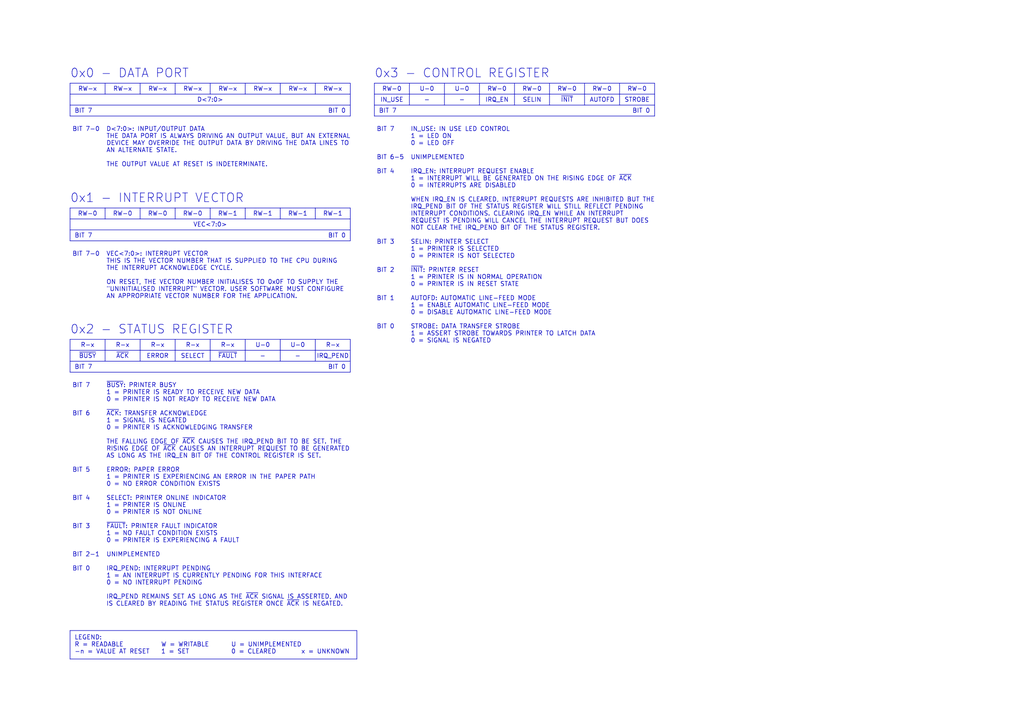
<source format=kicad_sch>
(kicad_sch
	(version 20231120)
	(generator "eeschema")
	(generator_version "8.0")
	(uuid "b556eb68-e4dc-4ed7-a048-e7e505e603eb")
	(paper "A4")
	(title_block
		(title "REGISTER DOCUMENTATION")
		(date "2024-03-12")
		(rev "1")
		(company "(C) TOM STOREY")
		(comment 1 "FREE FOR NON-COMMERCIAL USE")
	)
	(lib_symbols)
	(polyline
		(pts
			(xy 101.6 98.425) (xy 101.6 107.95)
		)
		(stroke
			(width 0)
			(type solid)
		)
		(uuid "0279fbae-a61a-4d62-a0a8-2b5ac25955ef")
	)
	(polyline
		(pts
			(xy 128.905 24.13) (xy 128.905 30.48)
		)
		(stroke
			(width 0)
			(type solid)
		)
		(uuid "0419adc6-03e7-4090-ab79-764b1c6aa887")
	)
	(polyline
		(pts
			(xy 91.44 60.325) (xy 91.44 63.5)
		)
		(stroke
			(width 0)
			(type solid)
		)
		(uuid "04ee7287-807a-43f4-baf8-ea65bb33b57c")
	)
	(polyline
		(pts
			(xy 139.065 24.13) (xy 139.065 30.48)
		)
		(stroke
			(width 0)
			(type solid)
		)
		(uuid "0d25484f-25e1-4d11-bd5f-49fd81bc0732")
	)
	(polyline
		(pts
			(xy 169.545 24.13) (xy 169.545 30.48)
		)
		(stroke
			(width 0)
			(type solid)
		)
		(uuid "10b1d69b-bb07-4185-a2a8-59fc7587ab60")
	)
	(polyline
		(pts
			(xy 20.32 27.305) (xy 101.6 27.305)
		)
		(stroke
			(width 0)
			(type solid)
		)
		(uuid "144887cd-822e-4b17-8c33-c710e33f684b")
	)
	(polyline
		(pts
			(xy 149.225 24.13) (xy 149.225 30.48)
		)
		(stroke
			(width 0)
			(type solid)
		)
		(uuid "1c4a36bb-4c7c-4032-ad03-61f4441f6cf9")
	)
	(polyline
		(pts
			(xy 101.6 60.325) (xy 101.6 69.85)
		)
		(stroke
			(width 0)
			(type solid)
		)
		(uuid "24797bf2-df45-4ca6-8bc0-5702cca49519")
	)
	(polyline
		(pts
			(xy 40.64 60.325) (xy 40.64 63.5)
		)
		(stroke
			(width 0)
			(type solid)
		)
		(uuid "262abe79-8bd7-4983-9160-12bb76cd3a84")
	)
	(polyline
		(pts
			(xy 20.32 63.5) (xy 101.6 63.5)
		)
		(stroke
			(width 0)
			(type solid)
		)
		(uuid "2935a8f8-9a08-4ddb-9f75-ef587bfd59d8")
	)
	(polyline
		(pts
			(xy 81.28 98.425) (xy 81.28 104.775)
		)
		(stroke
			(width 0)
			(type solid)
		)
		(uuid "2d946ef0-554a-486b-8684-39d1f865ac87")
	)
	(polyline
		(pts
			(xy 179.705 24.13) (xy 179.705 30.48)
		)
		(stroke
			(width 0)
			(type solid)
		)
		(uuid "3479f7eb-0aec-4637-b316-dce710e62053")
	)
	(polyline
		(pts
			(xy 71.12 60.325) (xy 71.12 63.5)
		)
		(stroke
			(width 0)
			(type solid)
		)
		(uuid "38266bf8-710f-4e2c-b688-e9500703a56c")
	)
	(polyline
		(pts
			(xy 50.8 24.13) (xy 50.8 27.305)
		)
		(stroke
			(width 0)
			(type solid)
		)
		(uuid "3ef502c2-7a09-4525-964a-3dc1a51afe04")
	)
	(polyline
		(pts
			(xy 108.585 24.13) (xy 189.865 24.13)
		)
		(stroke
			(width 0)
			(type solid)
		)
		(uuid "48b2fb5c-940c-46d9-930a-a2108ccdfb0a")
	)
	(polyline
		(pts
			(xy 30.48 24.13) (xy 30.48 27.305)
		)
		(stroke
			(width 0)
			(type solid)
		)
		(uuid "49da72cf-1c96-47c4-8ca9-e8f4bc6353a1")
	)
	(polyline
		(pts
			(xy 20.32 24.13) (xy 20.32 33.655)
		)
		(stroke
			(width 0)
			(type solid)
		)
		(uuid "4b2099d6-2f7e-453e-a263-fe92b7158f3e")
	)
	(polyline
		(pts
			(xy 81.28 24.13) (xy 81.28 27.305)
		)
		(stroke
			(width 0)
			(type solid)
		)
		(uuid "4c898692-319e-42b1-9158-b07587bff781")
	)
	(polyline
		(pts
			(xy 20.32 60.325) (xy 20.32 69.85)
		)
		(stroke
			(width 0)
			(type solid)
		)
		(uuid "4d2bd492-6f14-47c5-9db5-faffbd3e23ac")
	)
	(polyline
		(pts
			(xy 20.32 101.6) (xy 101.6 101.6)
		)
		(stroke
			(width 0)
			(type solid)
		)
		(uuid "4dc67f93-2ffc-48b3-a7db-8068eca02ba5")
	)
	(polyline
		(pts
			(xy 30.48 98.425) (xy 30.48 104.775)
		)
		(stroke
			(width 0)
			(type solid)
		)
		(uuid "54130882-7f2d-409a-afce-a12ae7281795")
	)
	(polyline
		(pts
			(xy 20.32 30.48) (xy 101.6 30.48)
		)
		(stroke
			(width 0)
			(type solid)
		)
		(uuid "5796d3dc-1661-4296-b5de-90da0571d65d")
	)
	(polyline
		(pts
			(xy 118.745 24.13) (xy 118.745 30.48)
		)
		(stroke
			(width 0)
			(type solid)
		)
		(uuid "5aa7fd7e-b3b7-43ef-93b9-db0a7ddfbc9e")
	)
	(polyline
		(pts
			(xy 20.32 69.85) (xy 101.6 69.85)
		)
		(stroke
			(width 0)
			(type solid)
		)
		(uuid "5fd95f38-278d-405e-8b49-e6977ade76e0")
	)
	(polyline
		(pts
			(xy 20.32 107.95) (xy 101.6 107.95)
		)
		(stroke
			(width 0)
			(type solid)
		)
		(uuid "60b83c8e-89f6-4065-84d9-1fb142d9572a")
	)
	(polyline
		(pts
			(xy 71.12 24.13) (xy 71.12 27.305)
		)
		(stroke
			(width 0)
			(type solid)
		)
		(uuid "6240d054-7c95-42cf-b883-29501f37c508")
	)
	(polyline
		(pts
			(xy 91.44 24.13) (xy 91.44 27.305)
		)
		(stroke
			(width 0)
			(type solid)
		)
		(uuid "6313cdc7-b467-4aaf-998a-f200ce74bd32")
	)
	(polyline
		(pts
			(xy 20.32 104.775) (xy 101.6 104.775)
		)
		(stroke
			(width 0)
			(type solid)
		)
		(uuid "6c20607c-a1e4-4107-ac6d-26cc637564ab")
	)
	(polyline
		(pts
			(xy 103.505 182.88) (xy 103.505 191.135)
		)
		(stroke
			(width 0)
			(type solid)
		)
		(uuid "6fc79c0c-c466-4b47-b37f-fbe73cd9c3f4")
	)
	(polyline
		(pts
			(xy 108.585 30.48) (xy 189.865 30.48)
		)
		(stroke
			(width 0)
			(type solid)
		)
		(uuid "700ebc4d-4668-4e74-8e57-09a04a69b48b")
	)
	(polyline
		(pts
			(xy 20.32 98.425) (xy 20.32 107.95)
		)
		(stroke
			(width 0)
			(type solid)
		)
		(uuid "738ad9c6-e7e1-4b45-961d-4e62a0fed3c8")
	)
	(polyline
		(pts
			(xy 40.64 24.13) (xy 40.64 27.305)
		)
		(stroke
			(width 0)
			(type solid)
		)
		(uuid "7f21f031-dd92-40c6-b36f-b0812826a506")
	)
	(polyline
		(pts
			(xy 60.96 98.425) (xy 60.96 104.775)
		)
		(stroke
			(width 0)
			(type solid)
		)
		(uuid "87726945-ce42-4a98-b2a6-99b2948f0a48")
	)
	(polyline
		(pts
			(xy 40.64 98.425) (xy 40.64 104.775)
		)
		(stroke
			(width 0)
			(type solid)
		)
		(uuid "91bc323c-8a18-4438-a8a0-ce04d980c902")
	)
	(polyline
		(pts
			(xy 50.8 60.325) (xy 50.8 63.5)
		)
		(stroke
			(width 0)
			(type solid)
		)
		(uuid "9e1443ed-3881-4f88-ad45-b1155824df0e")
	)
	(polyline
		(pts
			(xy 20.32 60.325) (xy 101.6 60.325)
		)
		(stroke
			(width 0)
			(type solid)
		)
		(uuid "9e572858-a19f-4b11-8473-259bea9eae92")
	)
	(polyline
		(pts
			(xy 108.585 33.655) (xy 189.865 33.655)
		)
		(stroke
			(width 0)
			(type solid)
		)
		(uuid "9e8cecfc-a3ae-46d8-ac2d-b18fa29e8eba")
	)
	(polyline
		(pts
			(xy 20.32 98.425) (xy 101.6 98.425)
		)
		(stroke
			(width 0)
			(type solid)
		)
		(uuid "9f8de947-2a00-4c30-90af-aba6f540ce48")
	)
	(polyline
		(pts
			(xy 20.32 33.655) (xy 101.6 33.655)
		)
		(stroke
			(width 0)
			(type solid)
		)
		(uuid "a468c3bb-f29c-4a9c-82ff-8333bdb134fe")
	)
	(polyline
		(pts
			(xy 101.6 24.13) (xy 101.6 33.655)
		)
		(stroke
			(width 0)
			(type solid)
		)
		(uuid "a4badb4a-50d5-4ce3-b776-e3a735ee23d7")
	)
	(polyline
		(pts
			(xy 20.32 66.675) (xy 101.6 66.675)
		)
		(stroke
			(width 0)
			(type solid)
		)
		(uuid "a4bc15e3-8461-4151-9e43-19d411f22e03")
	)
	(polyline
		(pts
			(xy 189.865 24.13) (xy 189.865 33.655)
		)
		(stroke
			(width 0)
			(type solid)
		)
		(uuid "b3a10b15-e3f2-40bb-ac17-1ea71d5858c2")
	)
	(polyline
		(pts
			(xy 30.48 60.325) (xy 30.48 63.5)
		)
		(stroke
			(width 0)
			(type solid)
		)
		(uuid "be955a75-2163-48dd-b7c0-9e736da7ac4c")
	)
	(polyline
		(pts
			(xy 91.44 98.425) (xy 91.44 104.775)
		)
		(stroke
			(width 0)
			(type solid)
		)
		(uuid "c0eb6471-20dc-4227-a228-bb027e9c6e0d")
	)
	(polyline
		(pts
			(xy 20.32 182.88) (xy 103.505 182.88)
		)
		(stroke
			(width 0)
			(type solid)
		)
		(uuid "c927f56e-e8dc-4f32-9deb-3cf5024b8d19")
	)
	(polyline
		(pts
			(xy 60.96 60.325) (xy 60.96 63.5)
		)
		(stroke
			(width 0)
			(type solid)
		)
		(uuid "d0250dfa-47d5-496f-a008-d3a0d31cb1d2")
	)
	(polyline
		(pts
			(xy 20.32 24.13) (xy 101.6 24.13)
		)
		(stroke
			(width 0)
			(type solid)
		)
		(uuid "d6b7bb22-1b53-4ee2-9f48-d8a43dd94be0")
	)
	(polyline
		(pts
			(xy 50.8 98.425) (xy 50.8 104.775)
		)
		(stroke
			(width 0)
			(type solid)
		)
		(uuid "d86bb546-9361-4c3f-934e-b6f7619f5023")
	)
	(polyline
		(pts
			(xy 108.585 27.305) (xy 189.865 27.305)
		)
		(stroke
			(width 0)
			(type solid)
		)
		(uuid "e3e9ef7c-aa8a-442b-9201-dfebea89c7b6")
	)
	(polyline
		(pts
			(xy 20.32 182.88) (xy 20.32 191.135)
		)
		(stroke
			(width 0)
			(type solid)
		)
		(uuid "e6371d44-b8b3-4a93-a97c-cc3c63b2063d")
	)
	(polyline
		(pts
			(xy 159.385 24.13) (xy 159.385 30.48)
		)
		(stroke
			(width 0)
			(type solid)
		)
		(uuid "e819f762-a6bd-4e23-998a-3b89f65834f9")
	)
	(polyline
		(pts
			(xy 20.32 191.135) (xy 103.505 191.135)
		)
		(stroke
			(width 0)
			(type solid)
		)
		(uuid "f199b6b1-101e-4061-ba2d-a230826faf73")
	)
	(polyline
		(pts
			(xy 108.585 24.13) (xy 108.585 33.655)
		)
		(stroke
			(width 0)
			(type solid)
		)
		(uuid "f363b6b8-c334-46d6-a639-44ef0d980919")
	)
	(polyline
		(pts
			(xy 71.12 98.425) (xy 71.12 104.775)
		)
		(stroke
			(width 0)
			(type solid)
		)
		(uuid "f489c594-edf0-412e-bd8f-54bcbb2a1c79")
	)
	(polyline
		(pts
			(xy 81.28 60.325) (xy 81.28 63.5)
		)
		(stroke
			(width 0)
			(type solid)
		)
		(uuid "f615d46e-06e0-4413-b199-bca802603113")
	)
	(polyline
		(pts
			(xy 60.96 24.13) (xy 60.96 27.305)
		)
		(stroke
			(width 0)
			(type solid)
		)
		(uuid "fc6ed597-d58d-4602-976c-d8b212dedc20")
	)
	(text "0x0 - DATA PORT"
		(exclude_from_sim no)
		(at 20.32 22.86 0)
		(effects
			(font
				(size 2.54 2.54)
			)
			(justify left bottom)
		)
		(uuid "02a02558-8446-4233-8b20-9ef342cb549e")
	)
	(text "RW-0"
		(exclude_from_sim no)
		(at 154.305 26.67 0)
		(effects
			(font
				(size 1.27 1.27)
			)
			(justify bottom)
		)
		(uuid "0675987b-a3d0-4b1a-8d70-a32360a9b7ad")
	)
	(text "BIT 7	IN_USE: IN USE LED CONTROL\n		1 = LED ON\n		0 = LED OFF\n\nBIT 6-5	UNIMPLEMENTED\n\nBIT 4	IRQ_EN: INTERRUPT REQUEST ENABLE\n		1 = INTERRUPT WILL BE GENERATED ON THE RISING EDGE OF ~{ACK}\n		0 = INTERRUPTS ARE DISABLED\n\n		WHEN IRQ_EN IS CLEARED, INTERRUPT REQUESTS ARE INHIBITED BUT THE\n		IRQ_PEND BIT OF THE STATUS REGISTER WILL STILL REFLECT PENDING\n		INTERRUPT CONDITIONS. CLEARING IRQ_EN WHILE AN INTERRUPT\n		REQUEST IS PENDING WILL CANCEL THE INTERRUPT REQUEST BUT DOES\n		NOT CLEAR THE IRQ_PEND BIT OF THE STATUS REGISTER.\n\nBIT 3	SELIN: PRINTER SELECT\n		1 = PRINTER IS SELECTED\n		0 = PRINTER IS NOT SELECTED\n\nBIT 2	~{INIT}: PRINTER RESET\n		1 = PRINTER IS IN NORMAL OPERATION\n		0 = PRINTER IS IN RESET STATE\n\nBIT 1	AUTOFD: AUTOMATIC LINE-FEED MODE\n		1 = ENABLE AUTOMATIC LINE-FEED MODE\n		0 = DISABLE AUTOMATIC LINE-FEED MODE\n\nBIT 0	STROBE: DATA TRANSFER STROBE\n		1 = ASSERT STROBE TOWARDS PRINTER TO LATCH DATA\n		0 = SIGNAL IS NEGATED"
		(exclude_from_sim no)
		(at 109.22 36.83 0)
		(effects
			(font
				(size 1.27 1.27)
			)
			(justify left top)
		)
		(uuid "094bbc6a-7b7f-4042-bd9a-7053dc2d78df")
	)
	(text "RW-1"
		(exclude_from_sim no)
		(at 66.04 62.865 0)
		(effects
			(font
				(size 1.27 1.27)
			)
			(justify bottom)
		)
		(uuid "10d64492-444b-49e7-a678-dc7fdcfe2b22")
	)
	(text "STROBE"
		(exclude_from_sim no)
		(at 184.785 29.845 0)
		(effects
			(font
				(size 1.27 1.27)
			)
			(justify bottom)
		)
		(uuid "13c81c7b-a606-4f2b-b5d6-35f77a6bc6ff")
	)
	(text "U-0"
		(exclude_from_sim no)
		(at 86.36 100.965 0)
		(effects
			(font
				(size 1.27 1.27)
			)
			(justify bottom)
		)
		(uuid "2c06968b-736f-42b4-82d4-4e34961193e1")
	)
	(text "RW-1"
		(exclude_from_sim no)
		(at 76.2 62.865 0)
		(effects
			(font
				(size 1.27 1.27)
			)
			(justify bottom)
		)
		(uuid "31153bf8-2508-42b9-acb5-5af546afa957")
	)
	(text "BIT 0"
		(exclude_from_sim no)
		(at 100.33 107.315 0)
		(effects
			(font
				(size 1.27 1.27)
			)
			(justify right bottom)
		)
		(uuid "313d51e7-ebb2-4354-98f2-927010ef7a15")
	)
	(text "R-x"
		(exclude_from_sim no)
		(at 35.56 100.965 0)
		(effects
			(font
				(size 1.27 1.27)
			)
			(justify bottom)
		)
		(uuid "34c0ec61-b901-4922-939f-8d3bd2b76b6a")
	)
	(text "~{FAULT}"
		(exclude_from_sim no)
		(at 66.04 104.14 0)
		(effects
			(font
				(size 1.27 1.27)
			)
			(justify bottom)
		)
		(uuid "35e6d613-699a-452a-bd78-c3312738d4bf")
	)
	(text "-"
		(exclude_from_sim no)
		(at 86.36 104.14 0)
		(effects
			(font
				(size 1.27 1.27)
			)
			(justify bottom)
		)
		(uuid "3a0eb4dc-cca8-4423-91e9-b3dfaa9a39fd")
	)
	(text "VEC<7:0>"
		(exclude_from_sim no)
		(at 60.96 66.04 0)
		(effects
			(font
				(size 1.27 1.27)
			)
			(justify bottom)
		)
		(uuid "3f8c470c-1628-4a04-b2ee-781cb2eefd3a")
	)
	(text "RW-0"
		(exclude_from_sim no)
		(at 144.145 26.67 0)
		(effects
			(font
				(size 1.27 1.27)
			)
			(justify bottom)
		)
		(uuid "42a8d641-83c0-4355-9c79-1f8e06ff4ba5")
	)
	(text "RW-x"
		(exclude_from_sim no)
		(at 35.56 26.67 0)
		(effects
			(font
				(size 1.27 1.27)
			)
			(justify bottom)
		)
		(uuid "46ac3eb1-9813-41d3-bf8d-5b8be0e8295a")
	)
	(text "0x2 - STATUS REGISTER"
		(exclude_from_sim no)
		(at 20.32 97.155 0)
		(effects
			(font
				(size 2.54 2.54)
			)
			(justify left bottom)
		)
		(uuid "50747b77-72b9-446d-8c53-8d512b85a234")
	)
	(text "0x3 - CONTROL REGISTER"
		(exclude_from_sim no)
		(at 108.585 22.86 0)
		(effects
			(font
				(size 2.54 2.54)
			)
			(justify left bottom)
		)
		(uuid "5c65a109-a9b2-4339-9f03-9debdeba6d06")
	)
	(text "~{ACK}"
		(exclude_from_sim no)
		(at 35.56 104.14 0)
		(effects
			(font
				(size 1.27 1.27)
			)
			(justify bottom)
		)
		(uuid "61c8b49a-33c7-47e7-a916-f9598515ae18")
	)
	(text "RW-0"
		(exclude_from_sim no)
		(at 55.88 62.865 0)
		(effects
			(font
				(size 1.27 1.27)
			)
			(justify bottom)
		)
		(uuid "66835d93-be56-4566-9a9d-df10fc8ca27e")
	)
	(text "BIT 7	~{BUSY}: PRINTER BUSY\n		1 = PRINTER IS READY TO RECEIVE NEW DATA\n		0 = PRINTER IS NOT READY TO RECEIVE NEW DATA\n\nBIT 6	~{ACK}: TRANSFER ACKNOWLEDGE\n		1 = SIGNAL IS NEGATED\n		0 = PRINTER IS ACKNOWLEDGING TRANSFER\n\n		THE FALLING EDGE OF ~{ACK} CAUSES THE IRQ_PEND BIT TO BE SET. THE\n		RISING EDGE OF ~{ACK} CAUSES AN INTERRUPT REQUEST TO BE GENERATED\n		AS LONG AS THE IRQ_EN BIT OF THE CONTROL REGISTER IS SET.\n\nBIT 5	ERROR: PAPER ERROR\n		1 = PRINTER IS EXPERIENCING AN ERROR IN THE PAPER PATH\n		0 = NO ERROR CONDITION EXISTS\n\nBIT 4	SELECT: PRINTER ONLINE INDICATOR\n		1 = PRINTER IS ONLINE\n		0 = PRINTER IS NOT ONLINE\n\nBIT 3	~{FAULT}: PRINTER FAULT INDICATOR\n		1 = NO FAULT CONDITION EXISTS\n		0 = PRINTER IS EXPERIENCING A FAULT\n\nBIT 2-1	UNIMPLEMENTED\n\nBIT 0	IRQ_PEND: INTERRUPT PENDING\n		1 = AN INTERRUPT IS CURRENTLY PENDING FOR THIS INTERFACE\n		0 = NO INTERRUPT PENDING\n\n		IRQ_PEND REMAINS SET AS LONG AS THE ~{ACK} SIGNAL IS ASSERTED, AND\n		IS CLEARED BY READING THE STATUS REGISTER ONCE ~{ACK} IS NEGATED."
		(exclude_from_sim no)
		(at 20.955 111.125 0)
		(effects
			(font
				(size 1.27 1.27)
			)
			(justify left top)
		)
		(uuid "687ae2f6-5737-4b03-9452-87d553ce7675")
	)
	(text "U-0"
		(exclude_from_sim no)
		(at 76.2 100.965 0)
		(effects
			(font
				(size 1.27 1.27)
			)
			(justify bottom)
		)
		(uuid "70a2d3ad-b83a-4c66-8e42-f774ba010ac7")
	)
	(text "0x1 - INTERRUPT VECTOR"
		(exclude_from_sim no)
		(at 20.32 59.055 0)
		(effects
			(font
				(size 2.54 2.54)
			)
			(justify left bottom)
		)
		(uuid "711da201-bacb-4a4c-89b5-6297818988ec")
	)
	(text "-"
		(exclude_from_sim no)
		(at 123.825 29.845 0)
		(effects
			(font
				(size 1.27 1.27)
			)
			(justify bottom)
		)
		(uuid "76a88560-af8e-4f72-b73e-28ec2084e133")
	)
	(text "~{BUSY}"
		(exclude_from_sim no)
		(at 25.4 104.14 0)
		(effects
			(font
				(size 1.27 1.27)
			)
			(justify bottom)
		)
		(uuid "79561b16-fbcf-4da9-8bec-b5271d4735c0")
	)
	(text "U-0"
		(exclude_from_sim no)
		(at 133.985 26.67 0)
		(effects
			(font
				(size 1.27 1.27)
			)
			(justify bottom)
		)
		(uuid "7fc69df2-13ee-42f9-92a3-3837e98d52c6")
	)
	(text "RW-0"
		(exclude_from_sim no)
		(at 184.785 26.67 0)
		(effects
			(font
				(size 1.27 1.27)
			)
			(justify bottom)
		)
		(uuid "893ce051-d335-470e-a40d-b942deacc377")
	)
	(text "RW-0"
		(exclude_from_sim no)
		(at 113.665 26.67 0)
		(effects
			(font
				(size 1.27 1.27)
			)
			(justify bottom)
		)
		(uuid "89d7d1bd-8c05-446f-b2a3-ce797f90e768")
	)
	(text "BIT 7"
		(exclude_from_sim no)
		(at 109.855 33.02 0)
		(effects
			(font
				(size 1.27 1.27)
			)
			(justify left bottom)
		)
		(uuid "8b6d64d1-290a-4fe2-968b-65d5460d7dde")
	)
	(text "IRQ_EN"
		(exclude_from_sim no)
		(at 144.145 29.845 0)
		(effects
			(font
				(size 1.27 1.27)
			)
			(justify bottom)
		)
		(uuid "8bba1247-8df8-440e-b5ee-17c0744b904e")
	)
	(text "BIT 0"
		(exclude_from_sim no)
		(at 188.595 33.02 0)
		(effects
			(font
				(size 1.27 1.27)
			)
			(justify right bottom)
		)
		(uuid "8c687b0b-b411-46cd-b25e-60baec4bb524")
	)
	(text "RW-0"
		(exclude_from_sim no)
		(at 174.625 26.67 0)
		(effects
			(font
				(size 1.27 1.27)
			)
			(justify bottom)
		)
		(uuid "91dc8ecb-863e-4fbb-8519-5fcace14835e")
	)
	(text "RW-x"
		(exclude_from_sim no)
		(at 96.52 26.67 0)
		(effects
			(font
				(size 1.27 1.27)
			)
			(justify bottom)
		)
		(uuid "95305dde-1258-4ee5-8db4-2c89a6fbbb0c")
	)
	(text "RW-0"
		(exclude_from_sim no)
		(at 35.56 62.865 0)
		(effects
			(font
				(size 1.27 1.27)
			)
			(justify bottom)
		)
		(uuid "98eb4a4b-3d11-4bda-9f0f-e35c91a27300")
	)
	(text "BIT 7"
		(exclude_from_sim no)
		(at 21.59 69.215 0)
		(effects
			(font
				(size 1.27 1.27)
			)
			(justify left bottom)
		)
		(uuid "9b6fad00-d374-4ee9-a028-f9ebc4034272")
	)
	(text "SELECT"
		(exclude_from_sim no)
		(at 55.88 104.14 0)
		(effects
			(font
				(size 1.27 1.27)
			)
			(justify bottom)
		)
		(uuid "9be77ab4-a454-4961-96de-697827bbb02f")
	)
	(text "R-x"
		(exclude_from_sim no)
		(at 96.52 100.965 0)
		(effects
			(font
				(size 1.27 1.27)
			)
			(justify bottom)
		)
		(uuid "9cee99ad-9c98-43cd-87e1-5bfee78a7855")
	)
	(text "LEGEND:\nR = READABLE		W = WRITABLE	U = UNIMPLEMENTED\n-n = VALUE AT RESET	1 = SET			0 = CLEARED		x = UNKNOWN"
		(exclude_from_sim no)
		(at 21.59 189.865 0)
		(effects
			(font
				(size 1.27 1.27)
			)
			(justify left bottom)
		)
		(uuid "9d2ce711-8146-4ae9-a6ea-d3e2a3d29979")
	)
	(text "~{INIT}"
		(exclude_from_sim no)
		(at 164.465 29.845 0)
		(effects
			(font
				(size 1.27 1.27)
			)
			(justify bottom)
		)
		(uuid "9dded2a6-ae3f-4b38-b9ec-36c09ec329c4")
	)
	(text "U-0"
		(exclude_from_sim no)
		(at 123.825 26.67 0)
		(effects
			(font
				(size 1.27 1.27)
			)
			(justify bottom)
		)
		(uuid "9e3c6085-698a-4f3a-b16f-a4338dcedce1")
	)
	(text "ERROR"
		(exclude_from_sim no)
		(at 45.72 104.14 0)
		(effects
			(font
				(size 1.27 1.27)
			)
			(justify bottom)
		)
		(uuid "a5365985-ef9f-47fd-894b-a0f470764172")
	)
	(text "RW-x"
		(exclude_from_sim no)
		(at 25.4 26.67 0)
		(effects
			(font
				(size 1.27 1.27)
			)
			(justify bottom)
		)
		(uuid "a5871128-f953-4549-b07c-7d8588f61b62")
	)
	(text "R-x"
		(exclude_from_sim no)
		(at 55.88 100.965 0)
		(effects
			(font
				(size 1.27 1.27)
			)
			(justify bottom)
		)
		(uuid "a5c66295-23d1-44d4-a979-f8542fdd8262")
	)
	(text "BIT 0"
		(exclude_from_sim no)
		(at 100.33 69.215 0)
		(effects
			(font
				(size 1.27 1.27)
			)
			(justify right bottom)
		)
		(uuid "a879981a-8eb5-4771-a3bf-3cf2026fb1c0")
	)
	(text "IN_USE"
		(exclude_from_sim no)
		(at 113.665 29.845 0)
		(effects
			(font
				(size 1.27 1.27)
			)
			(justify bottom)
		)
		(uuid "ab567285-f3b2-4e65-b72d-4355815ccded")
	)
	(text "R-x"
		(exclude_from_sim no)
		(at 66.04 100.965 0)
		(effects
			(font
				(size 1.27 1.27)
			)
			(justify bottom)
		)
		(uuid "ac31f41c-b4a1-4668-8401-6dcb65803cef")
	)
	(text "-"
		(exclude_from_sim no)
		(at 133.985 29.845 0)
		(effects
			(font
				(size 1.27 1.27)
			)
			(justify bottom)
		)
		(uuid "b009116e-626b-42cf-8570-6f6cdfe77c8b")
	)
	(text "BIT 7-0	VEC<7:0>: INTERRUPT VECTOR\n		THIS IS THE VECTOR NUMBER THAT IS SUPPLIED TO THE CPU DURING\n		THE INTERRUPT ACKNOWLEDGE CYCLE.\n\n		ON RESET, THE VECTOR NUMBER INITIALISES TO 0x0F TO SUPPLY THE\n		\"UNINITIALISED INTERRUPT\" VECTOR. USER SOFTWARE MUST CONFIGURE\n		AN APPROPRIATE VECTOR NUMBER FOR THE APPLICATION."
		(exclude_from_sim no)
		(at 20.955 73.025 0)
		(effects
			(font
				(size 1.27 1.27)
			)
			(justify left top)
		)
		(uuid "b14e30d0-9b55-4000-aa1d-5e7fb7f5ee44")
	)
	(text "AUTOFD"
		(exclude_from_sim no)
		(at 174.625 29.845 0)
		(effects
			(font
				(size 1.27 1.27)
			)
			(justify bottom)
		)
		(uuid "b26134d0-8a16-4894-b924-902642952f32")
	)
	(text "D<7:0>"
		(exclude_from_sim no)
		(at 60.96 29.845 0)
		(effects
			(font
				(size 1.27 1.27)
			)
			(justify bottom)
		)
		(uuid "b2deb44d-32b0-40bd-9586-12fcb46c21d2")
	)
	(text "BIT 7"
		(exclude_from_sim no)
		(at 21.59 33.02 0)
		(effects
			(font
				(size 1.27 1.27)
			)
			(justify left bottom)
		)
		(uuid "b753fbd4-95aa-4c62-bcab-8d8c569f8994")
	)
	(text "RW-0"
		(exclude_from_sim no)
		(at 164.465 26.67 0)
		(effects
			(font
				(size 1.27 1.27)
			)
			(justify bottom)
		)
		(uuid "b8ca48a3-3fc4-4ca2-8327-023c008d10f0")
	)
	(text "RW-x"
		(exclude_from_sim no)
		(at 45.72 26.67 0)
		(effects
			(font
				(size 1.27 1.27)
			)
			(justify bottom)
		)
		(uuid "b9a8ee88-bbe0-49a1-b9e9-5b05fb1ef2ea")
	)
	(text "IRQ_PEND"
		(exclude_from_sim no)
		(at 96.52 104.14 0)
		(effects
			(font
				(size 1.27 1.27)
			)
			(justify bottom)
		)
		(uuid "c43ec90a-9791-4873-ad16-a86ece857033")
	)
	(text "RW-x"
		(exclude_from_sim no)
		(at 66.04 26.67 0)
		(effects
			(font
				(size 1.27 1.27)
			)
			(justify bottom)
		)
		(uuid "c730263e-8a2c-4acb-987b-b2211544cede")
	)
	(text "RW-0"
		(exclude_from_sim no)
		(at 45.72 62.865 0)
		(effects
			(font
				(size 1.27 1.27)
			)
			(justify bottom)
		)
		(uuid "cb4ecef4-5ea8-4410-b044-16b47b5f15b6")
	)
	(text "BIT 7"
		(exclude_from_sim no)
		(at 21.59 107.315 0)
		(effects
			(font
				(size 1.27 1.27)
			)
			(justify left bottom)
		)
		(uuid "cc88126f-9bd2-49dd-98a7-1a6f61c6a151")
	)
	(text "R-x"
		(exclude_from_sim no)
		(at 45.72 100.965 0)
		(effects
			(font
				(size 1.27 1.27)
			)
			(justify bottom)
		)
		(uuid "da4df848-2b76-4b0b-b1a2-20d2a7da4b20")
	)
	(text "BIT 0"
		(exclude_from_sim no)
		(at 100.33 33.02 0)
		(effects
			(font
				(size 1.27 1.27)
			)
			(justify right bottom)
		)
		(uuid "db5a187a-4d7c-498c-8a65-3d6fe37649b2")
	)
	(text "R-x"
		(exclude_from_sim no)
		(at 25.4 100.965 0)
		(effects
			(font
				(size 1.27 1.27)
			)
			(justify bottom)
		)
		(uuid "de6bb8ee-4aca-4c5b-989a-7e655ff306a8")
	)
	(text "RW-1"
		(exclude_from_sim no)
		(at 96.52 62.865 0)
		(effects
			(font
				(size 1.27 1.27)
			)
			(justify bottom)
		)
		(uuid "e0f7f1be-cbeb-4fbe-a1a6-d5927455e60a")
	)
	(text "RW-x"
		(exclude_from_sim no)
		(at 55.88 26.67 0)
		(effects
			(font
				(size 1.27 1.27)
			)
			(justify bottom)
		)
		(uuid "e6a90ff4-78ef-4fb2-bd30-d1ecc8e7631a")
	)
	(text "BIT 7-0	D<7:0>: INPUT/OUTPUT DATA\n		THE DATA PORT IS ALWAYS DRIVING AN OUTPUT VALUE, BUT AN EXTERNAL\n		DEVICE MAY OVERRIDE THE OUTPUT DATA BY DRIVING THE DATA LINES TO\n		AN ALTERNATE STATE.\n\n		THE OUTPUT VALUE AT RESET IS INDETERMINATE."
		(exclude_from_sim no)
		(at 20.955 36.83 0)
		(effects
			(font
				(size 1.27 1.27)
			)
			(justify left top)
		)
		(uuid "e9ca5b41-8922-411d-95d0-c3db98de3af0")
	)
	(text "RW-x"
		(exclude_from_sim no)
		(at 86.36 26.67 0)
		(effects
			(font
				(size 1.27 1.27)
			)
			(justify bottom)
		)
		(uuid "ee04bdb0-da39-48c1-8733-28e0baa474e5")
	)
	(text "-"
		(exclude_from_sim no)
		(at 76.2 104.14 0)
		(effects
			(font
				(size 1.27 1.27)
			)
			(justify bottom)
		)
		(uuid "f05d20f7-fcc3-465d-8e61-01d0c53b492a")
	)
	(text "RW-0"
		(exclude_from_sim no)
		(at 25.4 62.865 0)
		(effects
			(font
				(size 1.27 1.27)
			)
			(justify bottom)
		)
		(uuid "f061b0e5-695f-4740-85e1-85dac46d9202")
	)
	(text "RW-x"
		(exclude_from_sim no)
		(at 76.2 26.67 0)
		(effects
			(font
				(size 1.27 1.27)
			)
			(justify bottom)
		)
		(uuid "f16b9ef2-84aa-46bd-ba12-995230148a3d")
	)
	(text "SELIN"
		(exclude_from_sim no)
		(at 154.305 29.845 0)
		(effects
			(font
				(size 1.27 1.27)
			)
			(justify bottom)
		)
		(uuid "f9d58aeb-f8e4-4475-8918-693ff409bb0b")
	)
	(text "RW-1"
		(exclude_from_sim no)
		(at 86.36 62.865 0)
		(effects
			(font
				(size 1.27 1.27)
			)
			(justify bottom)
		)
		(uuid "fb24d205-689b-40ad-a6e3-60c74f86c843")
	)
)
</source>
